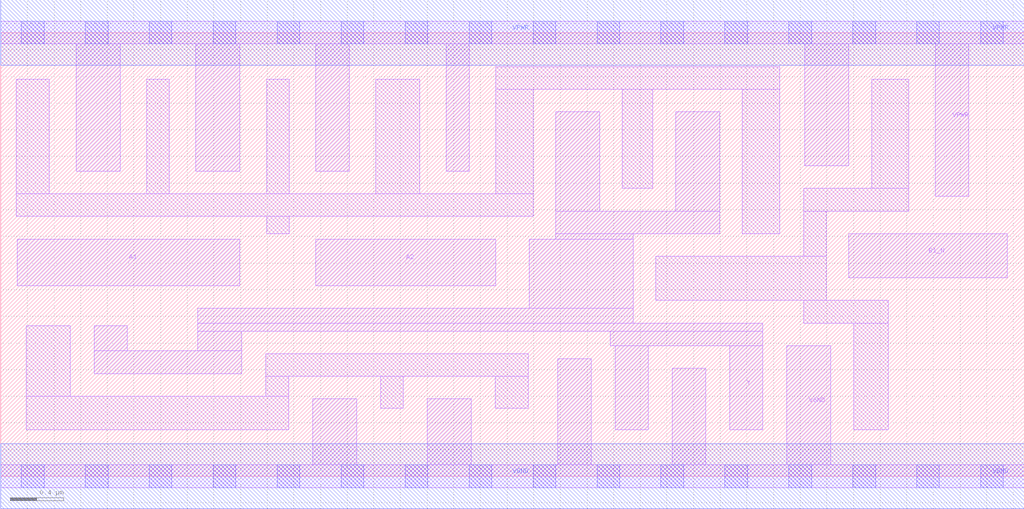
<source format=lef>
# Copyright 2020 The SkyWater PDK Authors
#
# Licensed under the Apache License, Version 2.0 (the "License");
# you may not use this file except in compliance with the License.
# You may obtain a copy of the License at
#
#     https://www.apache.org/licenses/LICENSE-2.0
#
# Unless required by applicable law or agreed to in writing, software
# distributed under the License is distributed on an "AS IS" BASIS,
# WITHOUT WARRANTIES OR CONDITIONS OF ANY KIND, either express or implied.
# See the License for the specific language governing permissions and
# limitations under the License.
#
# SPDX-License-Identifier: Apache-2.0

VERSION 5.7 ;
  NAMESCASESENSITIVE ON ;
  NOWIREEXTENSIONATPIN ON ;
  DIVIDERCHAR "/" ;
  BUSBITCHARS "[]" ;
UNITS
  DATABASE MICRONS 200 ;
END UNITS
MACRO sky130_fd_sc_ls__a21boi_4
  CLASS CORE ;
  SOURCE USER ;
  FOREIGN sky130_fd_sc_ls__a21boi_4 ;
  ORIGIN  0.000000  0.000000 ;
  SIZE  7.680000 BY  3.330000 ;
  SYMMETRY X Y ;
  SITE unit ;
  PIN A1
    ANTENNAGATEAREA  1.116000 ;
    DIRECTION INPUT ;
    USE SIGNAL ;
    PORT
      LAYER li1 ;
        RECT 0.125000 1.430000 1.795000 1.780000 ;
    END
  END A1
  PIN A2
    ANTENNAGATEAREA  1.116000 ;
    DIRECTION INPUT ;
    USE SIGNAL ;
    PORT
      LAYER li1 ;
        RECT 2.365000 1.430000 3.715000 1.780000 ;
    END
  END A2
  PIN B1_N
    ANTENNAGATEAREA  0.363000 ;
    DIRECTION INPUT ;
    USE SIGNAL ;
    PORT
      LAYER li1 ;
        RECT 6.365000 1.490000 7.555000 1.820000 ;
    END
  END B1_N
  PIN Y
    ANTENNADIFFAREA  1.500800 ;
    DIRECTION OUTPUT ;
    USE SIGNAL ;
    PORT
      LAYER li1 ;
        RECT 0.700000 0.770000 1.810000 0.940000 ;
        RECT 0.700000 0.940000 0.950000 1.130000 ;
        RECT 1.480000 0.940000 1.810000 1.090000 ;
        RECT 1.480000 1.090000 5.720000 1.150000 ;
        RECT 1.480000 1.150000 4.745000 1.260000 ;
        RECT 3.965000 1.260000 4.745000 1.780000 ;
        RECT 4.165000 1.780000 4.745000 1.820000 ;
        RECT 4.165000 1.820000 5.395000 1.990000 ;
        RECT 4.165000 1.990000 4.495000 2.735000 ;
        RECT 4.575000 0.980000 5.720000 1.090000 ;
        RECT 4.610000 0.350000 4.860000 0.980000 ;
        RECT 5.065000 1.990000 5.395000 2.735000 ;
        RECT 5.470000 0.350000 5.720000 0.980000 ;
    END
  END Y
  PIN VGND
    DIRECTION INOUT ;
    SHAPE ABUTMENT ;
    USE GROUND ;
    PORT
      LAYER li1 ;
        RECT 0.000000 -0.085000 7.680000 0.085000 ;
        RECT 2.340000  0.085000 2.670000 0.580000 ;
        RECT 3.200000  0.085000 3.530000 0.580000 ;
        RECT 4.180000  0.085000 4.430000 0.880000 ;
        RECT 5.040000  0.085000 5.290000 0.810000 ;
        RECT 5.900000  0.085000 6.230000 0.980000 ;
      LAYER mcon ;
        RECT 0.155000 -0.085000 0.325000 0.085000 ;
        RECT 0.635000 -0.085000 0.805000 0.085000 ;
        RECT 1.115000 -0.085000 1.285000 0.085000 ;
        RECT 1.595000 -0.085000 1.765000 0.085000 ;
        RECT 2.075000 -0.085000 2.245000 0.085000 ;
        RECT 2.555000 -0.085000 2.725000 0.085000 ;
        RECT 3.035000 -0.085000 3.205000 0.085000 ;
        RECT 3.515000 -0.085000 3.685000 0.085000 ;
        RECT 3.995000 -0.085000 4.165000 0.085000 ;
        RECT 4.475000 -0.085000 4.645000 0.085000 ;
        RECT 4.955000 -0.085000 5.125000 0.085000 ;
        RECT 5.435000 -0.085000 5.605000 0.085000 ;
        RECT 5.915000 -0.085000 6.085000 0.085000 ;
        RECT 6.395000 -0.085000 6.565000 0.085000 ;
        RECT 6.875000 -0.085000 7.045000 0.085000 ;
        RECT 7.355000 -0.085000 7.525000 0.085000 ;
      LAYER met1 ;
        RECT 0.000000 -0.245000 7.680000 0.245000 ;
    END
  END VGND
  PIN VPWR
    DIRECTION INOUT ;
    SHAPE ABUTMENT ;
    USE POWER ;
    PORT
      LAYER li1 ;
        RECT 0.000000 3.245000 7.680000 3.415000 ;
        RECT 0.565000 2.290000 0.895000 3.245000 ;
        RECT 1.465000 2.290000 1.795000 3.245000 ;
        RECT 2.365000 2.290000 2.615000 3.245000 ;
        RECT 3.345000 2.290000 3.515000 3.245000 ;
        RECT 6.035000 2.330000 6.365000 3.245000 ;
        RECT 7.015000 2.100000 7.265000 3.245000 ;
      LAYER mcon ;
        RECT 0.155000 3.245000 0.325000 3.415000 ;
        RECT 0.635000 3.245000 0.805000 3.415000 ;
        RECT 1.115000 3.245000 1.285000 3.415000 ;
        RECT 1.595000 3.245000 1.765000 3.415000 ;
        RECT 2.075000 3.245000 2.245000 3.415000 ;
        RECT 2.555000 3.245000 2.725000 3.415000 ;
        RECT 3.035000 3.245000 3.205000 3.415000 ;
        RECT 3.515000 3.245000 3.685000 3.415000 ;
        RECT 3.995000 3.245000 4.165000 3.415000 ;
        RECT 4.475000 3.245000 4.645000 3.415000 ;
        RECT 4.955000 3.245000 5.125000 3.415000 ;
        RECT 5.435000 3.245000 5.605000 3.415000 ;
        RECT 5.915000 3.245000 6.085000 3.415000 ;
        RECT 6.395000 3.245000 6.565000 3.415000 ;
        RECT 6.875000 3.245000 7.045000 3.415000 ;
        RECT 7.355000 3.245000 7.525000 3.415000 ;
      LAYER met1 ;
        RECT 0.000000 3.085000 7.680000 3.575000 ;
    END
  END VPWR
  OBS
    LAYER li1 ;
      RECT 0.115000 1.950000 3.995000 2.120000 ;
      RECT 0.115000 2.120000 0.365000 2.980000 ;
      RECT 0.190000 0.350000 2.160000 0.600000 ;
      RECT 0.190000 0.600000 0.520000 1.130000 ;
      RECT 1.095000 2.120000 1.265000 2.980000 ;
      RECT 1.990000 0.600000 2.160000 0.750000 ;
      RECT 1.990000 0.750000 3.960000 0.920000 ;
      RECT 1.995000 1.820000 2.165000 1.950000 ;
      RECT 1.995000 2.120000 2.165000 2.980000 ;
      RECT 2.815000 2.120000 3.145000 2.980000 ;
      RECT 2.850000 0.510000 3.020000 0.750000 ;
      RECT 3.710000 0.510000 3.960000 0.750000 ;
      RECT 3.715000 2.120000 3.995000 2.905000 ;
      RECT 3.715000 2.905000 5.845000 3.075000 ;
      RECT 4.665000 2.160000 4.895000 2.905000 ;
      RECT 4.915000 1.320000 6.195000 1.650000 ;
      RECT 5.565000 1.820000 5.845000 2.905000 ;
      RECT 6.025000 1.150000 6.660000 1.320000 ;
      RECT 6.025000 1.650000 6.195000 1.990000 ;
      RECT 6.025000 1.990000 6.815000 2.160000 ;
      RECT 6.400000 0.350000 6.660000 1.150000 ;
      RECT 6.535000 2.160000 6.815000 2.980000 ;
  END
END sky130_fd_sc_ls__a21boi_4

</source>
